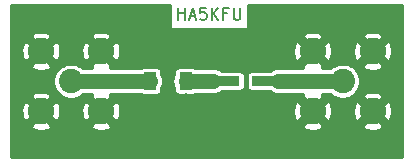
<source format=gbr>
G04 #@! TF.GenerationSoftware,KiCad,Pcbnew,5.1.5+dfsg1-2build2*
G04 #@! TF.CreationDate,2021-03-11T17:09:23+01:00*
G04 #@! TF.ProjectId,70cm_preamp,3730636d-5f70-4726-9561-6d702e6b6963,rev?*
G04 #@! TF.SameCoordinates,Original*
G04 #@! TF.FileFunction,Copper,L1,Top*
G04 #@! TF.FilePolarity,Positive*
%FSLAX46Y46*%
G04 Gerber Fmt 4.6, Leading zero omitted, Abs format (unit mm)*
G04 Created by KiCad (PCBNEW 5.1.5+dfsg1-2build2) date 2021-03-11 17:09:23*
%MOMM*%
%LPD*%
G04 APERTURE LIST*
%ADD10C,0.187500*%
%ADD11C,2.250000*%
%ADD12C,2.050000*%
%ADD13C,0.100000*%
%ADD14R,1.000000X1.500000*%
%ADD15R,1.000000X1.800000*%
%ADD16R,2.200000X1.840000*%
%ADD17R,1.550000X0.810000*%
%ADD18R,2.200000X0.810000*%
%ADD19C,0.800000*%
%ADD20C,1.300000*%
%ADD21C,0.810000*%
%ADD22C,0.250000*%
G04 APERTURE END LIST*
D10*
X56657142Y-31602380D02*
X56657142Y-30602380D01*
X56657142Y-31078571D02*
X57228571Y-31078571D01*
X57228571Y-31602380D02*
X57228571Y-30602380D01*
X57657142Y-31316666D02*
X58133333Y-31316666D01*
X57561904Y-31602380D02*
X57895238Y-30602380D01*
X58228571Y-31602380D01*
X59038095Y-30602380D02*
X58561904Y-30602380D01*
X58514285Y-31078571D01*
X58561904Y-31030952D01*
X58657142Y-30983333D01*
X58895238Y-30983333D01*
X58990476Y-31030952D01*
X59038095Y-31078571D01*
X59085714Y-31173809D01*
X59085714Y-31411904D01*
X59038095Y-31507142D01*
X58990476Y-31554761D01*
X58895238Y-31602380D01*
X58657142Y-31602380D01*
X58561904Y-31554761D01*
X58514285Y-31507142D01*
X59514285Y-31602380D02*
X59514285Y-30602380D01*
X60085714Y-31602380D02*
X59657142Y-31030952D01*
X60085714Y-30602380D02*
X59514285Y-31173809D01*
X60847619Y-31078571D02*
X60514285Y-31078571D01*
X60514285Y-31602380D02*
X60514285Y-30602380D01*
X60990476Y-30602380D01*
X61371428Y-30602380D02*
X61371428Y-31411904D01*
X61419047Y-31507142D01*
X61466666Y-31554761D01*
X61561904Y-31602380D01*
X61752380Y-31602380D01*
X61847619Y-31554761D01*
X61895238Y-31507142D01*
X61942857Y-31411904D01*
X61942857Y-30602380D01*
D11*
X68060000Y-34260000D03*
X73140000Y-34260000D03*
X73140000Y-39340000D03*
X68060000Y-39340000D03*
D12*
X70600000Y-36800000D03*
G04 #@! TA.AperFunction,SMDPad,CuDef*
D13*
G36*
X56900000Y-40518500D02*
G01*
X56300000Y-41368500D01*
X55300000Y-41368500D01*
X54700000Y-40518500D01*
X56900000Y-40518500D01*
G37*
G04 #@! TD.AperFunction*
D14*
X57300000Y-36796500D03*
D15*
X55800000Y-36943000D03*
D14*
X54300000Y-36796500D03*
D16*
X55800000Y-39610000D03*
G04 #@! TA.AperFunction,SMDPad,CuDef*
D13*
G36*
X54700000Y-38700300D02*
G01*
X55400000Y-37700300D01*
X56200000Y-37700300D01*
X56900000Y-38700300D01*
X54700000Y-38700300D01*
G37*
G04 #@! TD.AperFunction*
D17*
X61075000Y-37990000D03*
X61075000Y-36800000D03*
X61075000Y-35610000D03*
X63725000Y-35610000D03*
X63725000Y-36800000D03*
D18*
X63400000Y-38000000D03*
D11*
X45060000Y-39340000D03*
X45060000Y-34260000D03*
X50140000Y-34260000D03*
X50140000Y-39340000D03*
D12*
X47600000Y-36800000D03*
D19*
X54300000Y-35300000D03*
X53100000Y-35400000D03*
X53100000Y-38200000D03*
X54300000Y-38300000D03*
X57300000Y-35300000D03*
X57300000Y-38250000D03*
X62100000Y-37900000D03*
X62000000Y-35650000D03*
X63300000Y-35000000D03*
X63300000Y-38600000D03*
X59900000Y-38200000D03*
X59900000Y-35400000D03*
X58600000Y-38200000D03*
X51900000Y-38200000D03*
X51900000Y-35400000D03*
X55800000Y-37900000D03*
X54500000Y-39700000D03*
X57100000Y-39700000D03*
X55000000Y-41300000D03*
X56600000Y-41300000D03*
X61050000Y-38650000D03*
X61050000Y-34950000D03*
X55800000Y-35800000D03*
X58600000Y-35400000D03*
X64900000Y-38200000D03*
X64900000Y-35400000D03*
X66300000Y-35400000D03*
X66300000Y-38200000D03*
D20*
X54296500Y-36800000D02*
X54300000Y-36796500D01*
X47600000Y-36800000D02*
X54296500Y-36800000D01*
X70600000Y-36800000D02*
X65150000Y-36800000D01*
D21*
X63750000Y-36800000D02*
X65150000Y-36800000D01*
X63725000Y-36800000D02*
X63750000Y-36800000D01*
D20*
X57300000Y-36796500D02*
X59646500Y-36796500D01*
D21*
X60900000Y-36800000D02*
X60896500Y-36796500D01*
X60896500Y-36796500D02*
X59646500Y-36796500D01*
X61075000Y-36800000D02*
X60900000Y-36800000D01*
D22*
G36*
X56000298Y-32395625D02*
G01*
X62599703Y-32395625D01*
X62599703Y-30400000D01*
X75600000Y-30400000D01*
X75600001Y-43200000D01*
X42550000Y-43200000D01*
X42550000Y-40587642D01*
X44180054Y-40587642D01*
X44307863Y-40817566D01*
X44610574Y-40935910D01*
X44930556Y-40992924D01*
X45255513Y-40986417D01*
X45572956Y-40916639D01*
X45812137Y-40817566D01*
X45939946Y-40587642D01*
X49260054Y-40587642D01*
X49387863Y-40817566D01*
X49690574Y-40935910D01*
X50010556Y-40992924D01*
X50335513Y-40986417D01*
X50652956Y-40916639D01*
X50892137Y-40817566D01*
X51019946Y-40587642D01*
X67180054Y-40587642D01*
X67307863Y-40817566D01*
X67610574Y-40935910D01*
X67930556Y-40992924D01*
X68255513Y-40986417D01*
X68572956Y-40916639D01*
X68812137Y-40817566D01*
X68939946Y-40587642D01*
X72260054Y-40587642D01*
X72387863Y-40817566D01*
X72690574Y-40935910D01*
X73010556Y-40992924D01*
X73335513Y-40986417D01*
X73652956Y-40916639D01*
X73892137Y-40817566D01*
X74019946Y-40587642D01*
X73140000Y-39707696D01*
X72260054Y-40587642D01*
X68939946Y-40587642D01*
X68060000Y-39707696D01*
X67180054Y-40587642D01*
X51019946Y-40587642D01*
X50140000Y-39707696D01*
X49260054Y-40587642D01*
X45939946Y-40587642D01*
X45060000Y-39707696D01*
X44180054Y-40587642D01*
X42550000Y-40587642D01*
X42550000Y-39210556D01*
X43407076Y-39210556D01*
X43413583Y-39535513D01*
X43483361Y-39852956D01*
X43582434Y-40092137D01*
X43812358Y-40219946D01*
X44692304Y-39340000D01*
X45427696Y-39340000D01*
X46307642Y-40219946D01*
X46537566Y-40092137D01*
X46655910Y-39789426D01*
X46712924Y-39469444D01*
X46707740Y-39210556D01*
X48487076Y-39210556D01*
X48493583Y-39535513D01*
X48563361Y-39852956D01*
X48662434Y-40092137D01*
X48892358Y-40219946D01*
X49772304Y-39340000D01*
X50507696Y-39340000D01*
X51387642Y-40219946D01*
X51617566Y-40092137D01*
X51735910Y-39789426D01*
X51792924Y-39469444D01*
X51787740Y-39210556D01*
X66407076Y-39210556D01*
X66413583Y-39535513D01*
X66483361Y-39852956D01*
X66582434Y-40092137D01*
X66812358Y-40219946D01*
X67692304Y-39340000D01*
X68427696Y-39340000D01*
X69307642Y-40219946D01*
X69537566Y-40092137D01*
X69655910Y-39789426D01*
X69712924Y-39469444D01*
X69707740Y-39210556D01*
X71487076Y-39210556D01*
X71493583Y-39535513D01*
X71563361Y-39852956D01*
X71662434Y-40092137D01*
X71892358Y-40219946D01*
X72772304Y-39340000D01*
X73507696Y-39340000D01*
X74387642Y-40219946D01*
X74617566Y-40092137D01*
X74735910Y-39789426D01*
X74792924Y-39469444D01*
X74786417Y-39144487D01*
X74716639Y-38827044D01*
X74617566Y-38587863D01*
X74387642Y-38460054D01*
X73507696Y-39340000D01*
X72772304Y-39340000D01*
X71892358Y-38460054D01*
X71662434Y-38587863D01*
X71544090Y-38890574D01*
X71487076Y-39210556D01*
X69707740Y-39210556D01*
X69706417Y-39144487D01*
X69636639Y-38827044D01*
X69537566Y-38587863D01*
X69307642Y-38460054D01*
X68427696Y-39340000D01*
X67692304Y-39340000D01*
X66812358Y-38460054D01*
X66582434Y-38587863D01*
X66464090Y-38890574D01*
X66407076Y-39210556D01*
X51787740Y-39210556D01*
X51786417Y-39144487D01*
X51716639Y-38827044D01*
X51617566Y-38587863D01*
X51387642Y-38460054D01*
X50507696Y-39340000D01*
X49772304Y-39340000D01*
X48892358Y-38460054D01*
X48662434Y-38587863D01*
X48544090Y-38890574D01*
X48487076Y-39210556D01*
X46707740Y-39210556D01*
X46706417Y-39144487D01*
X46636639Y-38827044D01*
X46537566Y-38587863D01*
X46307642Y-38460054D01*
X45427696Y-39340000D01*
X44692304Y-39340000D01*
X43812358Y-38460054D01*
X43582434Y-38587863D01*
X43464090Y-38890574D01*
X43407076Y-39210556D01*
X42550000Y-39210556D01*
X42550000Y-38092358D01*
X44180054Y-38092358D01*
X45060000Y-38972304D01*
X45939946Y-38092358D01*
X45812137Y-37862434D01*
X45509426Y-37744090D01*
X45189444Y-37687076D01*
X44864487Y-37693583D01*
X44547044Y-37763361D01*
X44307863Y-37862434D01*
X44180054Y-38092358D01*
X42550000Y-38092358D01*
X42550000Y-36654233D01*
X46120000Y-36654233D01*
X46120000Y-36945767D01*
X46176876Y-37231700D01*
X46288441Y-37501043D01*
X46450409Y-37743445D01*
X46656555Y-37949591D01*
X46898957Y-38111559D01*
X47168300Y-38223124D01*
X47454233Y-38280000D01*
X47745767Y-38280000D01*
X48031700Y-38223124D01*
X48301043Y-38111559D01*
X48543445Y-37949591D01*
X48588036Y-37905000D01*
X49364202Y-37905000D01*
X49260054Y-38092358D01*
X50140000Y-38972304D01*
X51019946Y-38092358D01*
X50915798Y-37905000D01*
X53519614Y-37905000D01*
X53545993Y-37926649D01*
X53625037Y-37968899D01*
X53710805Y-37994916D01*
X53800000Y-38003701D01*
X54800000Y-38003701D01*
X54889195Y-37994916D01*
X54974963Y-37968899D01*
X55054007Y-37926649D01*
X55123290Y-37869790D01*
X55180149Y-37800507D01*
X55222399Y-37721463D01*
X55248416Y-37635695D01*
X55257201Y-37546500D01*
X55257201Y-37349798D01*
X55325826Y-37221410D01*
X55389011Y-37013117D01*
X55410345Y-36796500D01*
X56189654Y-36796500D01*
X56210989Y-37013118D01*
X56274174Y-37221411D01*
X56342799Y-37349799D01*
X56342799Y-37546500D01*
X56351584Y-37635695D01*
X56377601Y-37721463D01*
X56419851Y-37800507D01*
X56476710Y-37869790D01*
X56545993Y-37926649D01*
X56625037Y-37968899D01*
X56710805Y-37994916D01*
X56800000Y-38003701D01*
X57800000Y-38003701D01*
X57889195Y-37994916D01*
X57974963Y-37968899D01*
X58054007Y-37926649D01*
X58084651Y-37901500D01*
X59700779Y-37901500D01*
X59863118Y-37885511D01*
X60071411Y-37822326D01*
X60263375Y-37719719D01*
X60333461Y-37662201D01*
X60880100Y-37662201D01*
X60900000Y-37664161D01*
X60919900Y-37662201D01*
X61850000Y-37662201D01*
X61939195Y-37653416D01*
X62024963Y-37627399D01*
X62104007Y-37585149D01*
X62173290Y-37528290D01*
X62230149Y-37459007D01*
X62272399Y-37379963D01*
X62298416Y-37294195D01*
X62307201Y-37205000D01*
X62307201Y-36395000D01*
X62492799Y-36395000D01*
X62492799Y-37205000D01*
X62501584Y-37294195D01*
X62527601Y-37379963D01*
X62569851Y-37459007D01*
X62626710Y-37528290D01*
X62695993Y-37585149D01*
X62775037Y-37627399D01*
X62860805Y-37653416D01*
X62950000Y-37662201D01*
X64458774Y-37662201D01*
X64533125Y-37723219D01*
X64725089Y-37825826D01*
X64933382Y-37889011D01*
X65095721Y-37905000D01*
X67284202Y-37905000D01*
X67180054Y-38092358D01*
X68060000Y-38972304D01*
X68939946Y-38092358D01*
X68835798Y-37905000D01*
X69611964Y-37905000D01*
X69656555Y-37949591D01*
X69898957Y-38111559D01*
X70168300Y-38223124D01*
X70454233Y-38280000D01*
X70745767Y-38280000D01*
X71031700Y-38223124D01*
X71301043Y-38111559D01*
X71329779Y-38092358D01*
X72260054Y-38092358D01*
X73140000Y-38972304D01*
X74019946Y-38092358D01*
X73892137Y-37862434D01*
X73589426Y-37744090D01*
X73269444Y-37687076D01*
X72944487Y-37693583D01*
X72627044Y-37763361D01*
X72387863Y-37862434D01*
X72260054Y-38092358D01*
X71329779Y-38092358D01*
X71543445Y-37949591D01*
X71749591Y-37743445D01*
X71911559Y-37501043D01*
X72023124Y-37231700D01*
X72080000Y-36945767D01*
X72080000Y-36654233D01*
X72023124Y-36368300D01*
X71911559Y-36098957D01*
X71749591Y-35856555D01*
X71543445Y-35650409D01*
X71329780Y-35507642D01*
X72260054Y-35507642D01*
X72387863Y-35737566D01*
X72690574Y-35855910D01*
X73010556Y-35912924D01*
X73335513Y-35906417D01*
X73652956Y-35836639D01*
X73892137Y-35737566D01*
X74019946Y-35507642D01*
X73140000Y-34627696D01*
X72260054Y-35507642D01*
X71329780Y-35507642D01*
X71301043Y-35488441D01*
X71031700Y-35376876D01*
X70745767Y-35320000D01*
X70454233Y-35320000D01*
X70168300Y-35376876D01*
X69898957Y-35488441D01*
X69656555Y-35650409D01*
X69611964Y-35695000D01*
X68835798Y-35695000D01*
X68939946Y-35507642D01*
X68060000Y-34627696D01*
X67180054Y-35507642D01*
X67284202Y-35695000D01*
X65095721Y-35695000D01*
X64933382Y-35710989D01*
X64725089Y-35774174D01*
X64533125Y-35876781D01*
X64458774Y-35937799D01*
X62950000Y-35937799D01*
X62860805Y-35946584D01*
X62775037Y-35972601D01*
X62695993Y-36014851D01*
X62626710Y-36071710D01*
X62569851Y-36140993D01*
X62527601Y-36220037D01*
X62501584Y-36305805D01*
X62492799Y-36395000D01*
X62307201Y-36395000D01*
X62298416Y-36305805D01*
X62272399Y-36220037D01*
X62230149Y-36140993D01*
X62173290Y-36071710D01*
X62104007Y-36014851D01*
X62024963Y-35972601D01*
X61939195Y-35946584D01*
X61850000Y-35937799D01*
X60951935Y-35937799D01*
X60938746Y-35936500D01*
X60938739Y-35936500D01*
X60896500Y-35932340D01*
X60854261Y-35936500D01*
X60340407Y-35936500D01*
X60263375Y-35873281D01*
X60071411Y-35770674D01*
X59863118Y-35707489D01*
X59700779Y-35691500D01*
X58084651Y-35691500D01*
X58054007Y-35666351D01*
X57974963Y-35624101D01*
X57889195Y-35598084D01*
X57800000Y-35589299D01*
X56800000Y-35589299D01*
X56710805Y-35598084D01*
X56625037Y-35624101D01*
X56545993Y-35666351D01*
X56476710Y-35723210D01*
X56419851Y-35792493D01*
X56377601Y-35871537D01*
X56351584Y-35957305D01*
X56342799Y-36046500D01*
X56342799Y-36243201D01*
X56274174Y-36371589D01*
X56210989Y-36579882D01*
X56189654Y-36796500D01*
X55410345Y-36796500D01*
X55389011Y-36579882D01*
X55325826Y-36371589D01*
X55257201Y-36243201D01*
X55257201Y-36046500D01*
X55248416Y-35957305D01*
X55222399Y-35871537D01*
X55180149Y-35792493D01*
X55123290Y-35723210D01*
X55054007Y-35666351D01*
X54974963Y-35624101D01*
X54889195Y-35598084D01*
X54800000Y-35589299D01*
X53800000Y-35589299D01*
X53710805Y-35598084D01*
X53625037Y-35624101D01*
X53545993Y-35666351D01*
X53511084Y-35695000D01*
X50915798Y-35695000D01*
X51019946Y-35507642D01*
X50140000Y-34627696D01*
X49260054Y-35507642D01*
X49364202Y-35695000D01*
X48588036Y-35695000D01*
X48543445Y-35650409D01*
X48301043Y-35488441D01*
X48031700Y-35376876D01*
X47745767Y-35320000D01*
X47454233Y-35320000D01*
X47168300Y-35376876D01*
X46898957Y-35488441D01*
X46656555Y-35650409D01*
X46450409Y-35856555D01*
X46288441Y-36098957D01*
X46176876Y-36368300D01*
X46120000Y-36654233D01*
X42550000Y-36654233D01*
X42550000Y-35507642D01*
X44180054Y-35507642D01*
X44307863Y-35737566D01*
X44610574Y-35855910D01*
X44930556Y-35912924D01*
X45255513Y-35906417D01*
X45572956Y-35836639D01*
X45812137Y-35737566D01*
X45939946Y-35507642D01*
X45060000Y-34627696D01*
X44180054Y-35507642D01*
X42550000Y-35507642D01*
X42550000Y-34130556D01*
X43407076Y-34130556D01*
X43413583Y-34455513D01*
X43483361Y-34772956D01*
X43582434Y-35012137D01*
X43812358Y-35139946D01*
X44692304Y-34260000D01*
X45427696Y-34260000D01*
X46307642Y-35139946D01*
X46537566Y-35012137D01*
X46655910Y-34709426D01*
X46712924Y-34389444D01*
X46707740Y-34130556D01*
X48487076Y-34130556D01*
X48493583Y-34455513D01*
X48563361Y-34772956D01*
X48662434Y-35012137D01*
X48892358Y-35139946D01*
X49772304Y-34260000D01*
X50507696Y-34260000D01*
X51387642Y-35139946D01*
X51617566Y-35012137D01*
X51735910Y-34709426D01*
X51792924Y-34389444D01*
X51787740Y-34130556D01*
X66407076Y-34130556D01*
X66413583Y-34455513D01*
X66483361Y-34772956D01*
X66582434Y-35012137D01*
X66812358Y-35139946D01*
X67692304Y-34260000D01*
X68427696Y-34260000D01*
X69307642Y-35139946D01*
X69537566Y-35012137D01*
X69655910Y-34709426D01*
X69712924Y-34389444D01*
X69707740Y-34130556D01*
X71487076Y-34130556D01*
X71493583Y-34455513D01*
X71563361Y-34772956D01*
X71662434Y-35012137D01*
X71892358Y-35139946D01*
X72772304Y-34260000D01*
X73507696Y-34260000D01*
X74387642Y-35139946D01*
X74617566Y-35012137D01*
X74735910Y-34709426D01*
X74792924Y-34389444D01*
X74786417Y-34064487D01*
X74716639Y-33747044D01*
X74617566Y-33507863D01*
X74387642Y-33380054D01*
X73507696Y-34260000D01*
X72772304Y-34260000D01*
X71892358Y-33380054D01*
X71662434Y-33507863D01*
X71544090Y-33810574D01*
X71487076Y-34130556D01*
X69707740Y-34130556D01*
X69706417Y-34064487D01*
X69636639Y-33747044D01*
X69537566Y-33507863D01*
X69307642Y-33380054D01*
X68427696Y-34260000D01*
X67692304Y-34260000D01*
X66812358Y-33380054D01*
X66582434Y-33507863D01*
X66464090Y-33810574D01*
X66407076Y-34130556D01*
X51787740Y-34130556D01*
X51786417Y-34064487D01*
X51716639Y-33747044D01*
X51617566Y-33507863D01*
X51387642Y-33380054D01*
X50507696Y-34260000D01*
X49772304Y-34260000D01*
X48892358Y-33380054D01*
X48662434Y-33507863D01*
X48544090Y-33810574D01*
X48487076Y-34130556D01*
X46707740Y-34130556D01*
X46706417Y-34064487D01*
X46636639Y-33747044D01*
X46537566Y-33507863D01*
X46307642Y-33380054D01*
X45427696Y-34260000D01*
X44692304Y-34260000D01*
X43812358Y-33380054D01*
X43582434Y-33507863D01*
X43464090Y-33810574D01*
X43407076Y-34130556D01*
X42550000Y-34130556D01*
X42550000Y-33012358D01*
X44180054Y-33012358D01*
X45060000Y-33892304D01*
X45939946Y-33012358D01*
X49260054Y-33012358D01*
X50140000Y-33892304D01*
X51019946Y-33012358D01*
X67180054Y-33012358D01*
X68060000Y-33892304D01*
X68939946Y-33012358D01*
X72260054Y-33012358D01*
X73140000Y-33892304D01*
X74019946Y-33012358D01*
X73892137Y-32782434D01*
X73589426Y-32664090D01*
X73269444Y-32607076D01*
X72944487Y-32613583D01*
X72627044Y-32683361D01*
X72387863Y-32782434D01*
X72260054Y-33012358D01*
X68939946Y-33012358D01*
X68812137Y-32782434D01*
X68509426Y-32664090D01*
X68189444Y-32607076D01*
X67864487Y-32613583D01*
X67547044Y-32683361D01*
X67307863Y-32782434D01*
X67180054Y-33012358D01*
X51019946Y-33012358D01*
X50892137Y-32782434D01*
X50589426Y-32664090D01*
X50269444Y-32607076D01*
X49944487Y-32613583D01*
X49627044Y-32683361D01*
X49387863Y-32782434D01*
X49260054Y-33012358D01*
X45939946Y-33012358D01*
X45812137Y-32782434D01*
X45509426Y-32664090D01*
X45189444Y-32607076D01*
X44864487Y-32613583D01*
X44547044Y-32683361D01*
X44307863Y-32782434D01*
X44180054Y-33012358D01*
X42550000Y-33012358D01*
X42550000Y-30400000D01*
X56000298Y-30400000D01*
X56000298Y-32395625D01*
G37*
X56000298Y-32395625D02*
X62599703Y-32395625D01*
X62599703Y-30400000D01*
X75600000Y-30400000D01*
X75600001Y-43200000D01*
X42550000Y-43200000D01*
X42550000Y-40587642D01*
X44180054Y-40587642D01*
X44307863Y-40817566D01*
X44610574Y-40935910D01*
X44930556Y-40992924D01*
X45255513Y-40986417D01*
X45572956Y-40916639D01*
X45812137Y-40817566D01*
X45939946Y-40587642D01*
X49260054Y-40587642D01*
X49387863Y-40817566D01*
X49690574Y-40935910D01*
X50010556Y-40992924D01*
X50335513Y-40986417D01*
X50652956Y-40916639D01*
X50892137Y-40817566D01*
X51019946Y-40587642D01*
X67180054Y-40587642D01*
X67307863Y-40817566D01*
X67610574Y-40935910D01*
X67930556Y-40992924D01*
X68255513Y-40986417D01*
X68572956Y-40916639D01*
X68812137Y-40817566D01*
X68939946Y-40587642D01*
X72260054Y-40587642D01*
X72387863Y-40817566D01*
X72690574Y-40935910D01*
X73010556Y-40992924D01*
X73335513Y-40986417D01*
X73652956Y-40916639D01*
X73892137Y-40817566D01*
X74019946Y-40587642D01*
X73140000Y-39707696D01*
X72260054Y-40587642D01*
X68939946Y-40587642D01*
X68060000Y-39707696D01*
X67180054Y-40587642D01*
X51019946Y-40587642D01*
X50140000Y-39707696D01*
X49260054Y-40587642D01*
X45939946Y-40587642D01*
X45060000Y-39707696D01*
X44180054Y-40587642D01*
X42550000Y-40587642D01*
X42550000Y-39210556D01*
X43407076Y-39210556D01*
X43413583Y-39535513D01*
X43483361Y-39852956D01*
X43582434Y-40092137D01*
X43812358Y-40219946D01*
X44692304Y-39340000D01*
X45427696Y-39340000D01*
X46307642Y-40219946D01*
X46537566Y-40092137D01*
X46655910Y-39789426D01*
X46712924Y-39469444D01*
X46707740Y-39210556D01*
X48487076Y-39210556D01*
X48493583Y-39535513D01*
X48563361Y-39852956D01*
X48662434Y-40092137D01*
X48892358Y-40219946D01*
X49772304Y-39340000D01*
X50507696Y-39340000D01*
X51387642Y-40219946D01*
X51617566Y-40092137D01*
X51735910Y-39789426D01*
X51792924Y-39469444D01*
X51787740Y-39210556D01*
X66407076Y-39210556D01*
X66413583Y-39535513D01*
X66483361Y-39852956D01*
X66582434Y-40092137D01*
X66812358Y-40219946D01*
X67692304Y-39340000D01*
X68427696Y-39340000D01*
X69307642Y-40219946D01*
X69537566Y-40092137D01*
X69655910Y-39789426D01*
X69712924Y-39469444D01*
X69707740Y-39210556D01*
X71487076Y-39210556D01*
X71493583Y-39535513D01*
X71563361Y-39852956D01*
X71662434Y-40092137D01*
X71892358Y-40219946D01*
X72772304Y-39340000D01*
X73507696Y-39340000D01*
X74387642Y-40219946D01*
X74617566Y-40092137D01*
X74735910Y-39789426D01*
X74792924Y-39469444D01*
X74786417Y-39144487D01*
X74716639Y-38827044D01*
X74617566Y-38587863D01*
X74387642Y-38460054D01*
X73507696Y-39340000D01*
X72772304Y-39340000D01*
X71892358Y-38460054D01*
X71662434Y-38587863D01*
X71544090Y-38890574D01*
X71487076Y-39210556D01*
X69707740Y-39210556D01*
X69706417Y-39144487D01*
X69636639Y-38827044D01*
X69537566Y-38587863D01*
X69307642Y-38460054D01*
X68427696Y-39340000D01*
X67692304Y-39340000D01*
X66812358Y-38460054D01*
X66582434Y-38587863D01*
X66464090Y-38890574D01*
X66407076Y-39210556D01*
X51787740Y-39210556D01*
X51786417Y-39144487D01*
X51716639Y-38827044D01*
X51617566Y-38587863D01*
X51387642Y-38460054D01*
X50507696Y-39340000D01*
X49772304Y-39340000D01*
X48892358Y-38460054D01*
X48662434Y-38587863D01*
X48544090Y-38890574D01*
X48487076Y-39210556D01*
X46707740Y-39210556D01*
X46706417Y-39144487D01*
X46636639Y-38827044D01*
X46537566Y-38587863D01*
X46307642Y-38460054D01*
X45427696Y-39340000D01*
X44692304Y-39340000D01*
X43812358Y-38460054D01*
X43582434Y-38587863D01*
X43464090Y-38890574D01*
X43407076Y-39210556D01*
X42550000Y-39210556D01*
X42550000Y-38092358D01*
X44180054Y-38092358D01*
X45060000Y-38972304D01*
X45939946Y-38092358D01*
X45812137Y-37862434D01*
X45509426Y-37744090D01*
X45189444Y-37687076D01*
X44864487Y-37693583D01*
X44547044Y-37763361D01*
X44307863Y-37862434D01*
X44180054Y-38092358D01*
X42550000Y-38092358D01*
X42550000Y-36654233D01*
X46120000Y-36654233D01*
X46120000Y-36945767D01*
X46176876Y-37231700D01*
X46288441Y-37501043D01*
X46450409Y-37743445D01*
X46656555Y-37949591D01*
X46898957Y-38111559D01*
X47168300Y-38223124D01*
X47454233Y-38280000D01*
X47745767Y-38280000D01*
X48031700Y-38223124D01*
X48301043Y-38111559D01*
X48543445Y-37949591D01*
X48588036Y-37905000D01*
X49364202Y-37905000D01*
X49260054Y-38092358D01*
X50140000Y-38972304D01*
X51019946Y-38092358D01*
X50915798Y-37905000D01*
X53519614Y-37905000D01*
X53545993Y-37926649D01*
X53625037Y-37968899D01*
X53710805Y-37994916D01*
X53800000Y-38003701D01*
X54800000Y-38003701D01*
X54889195Y-37994916D01*
X54974963Y-37968899D01*
X55054007Y-37926649D01*
X55123290Y-37869790D01*
X55180149Y-37800507D01*
X55222399Y-37721463D01*
X55248416Y-37635695D01*
X55257201Y-37546500D01*
X55257201Y-37349798D01*
X55325826Y-37221410D01*
X55389011Y-37013117D01*
X55410345Y-36796500D01*
X56189654Y-36796500D01*
X56210989Y-37013118D01*
X56274174Y-37221411D01*
X56342799Y-37349799D01*
X56342799Y-37546500D01*
X56351584Y-37635695D01*
X56377601Y-37721463D01*
X56419851Y-37800507D01*
X56476710Y-37869790D01*
X56545993Y-37926649D01*
X56625037Y-37968899D01*
X56710805Y-37994916D01*
X56800000Y-38003701D01*
X57800000Y-38003701D01*
X57889195Y-37994916D01*
X57974963Y-37968899D01*
X58054007Y-37926649D01*
X58084651Y-37901500D01*
X59700779Y-37901500D01*
X59863118Y-37885511D01*
X60071411Y-37822326D01*
X60263375Y-37719719D01*
X60333461Y-37662201D01*
X60880100Y-37662201D01*
X60900000Y-37664161D01*
X60919900Y-37662201D01*
X61850000Y-37662201D01*
X61939195Y-37653416D01*
X62024963Y-37627399D01*
X62104007Y-37585149D01*
X62173290Y-37528290D01*
X62230149Y-37459007D01*
X62272399Y-37379963D01*
X62298416Y-37294195D01*
X62307201Y-37205000D01*
X62307201Y-36395000D01*
X62492799Y-36395000D01*
X62492799Y-37205000D01*
X62501584Y-37294195D01*
X62527601Y-37379963D01*
X62569851Y-37459007D01*
X62626710Y-37528290D01*
X62695993Y-37585149D01*
X62775037Y-37627399D01*
X62860805Y-37653416D01*
X62950000Y-37662201D01*
X64458774Y-37662201D01*
X64533125Y-37723219D01*
X64725089Y-37825826D01*
X64933382Y-37889011D01*
X65095721Y-37905000D01*
X67284202Y-37905000D01*
X67180054Y-38092358D01*
X68060000Y-38972304D01*
X68939946Y-38092358D01*
X68835798Y-37905000D01*
X69611964Y-37905000D01*
X69656555Y-37949591D01*
X69898957Y-38111559D01*
X70168300Y-38223124D01*
X70454233Y-38280000D01*
X70745767Y-38280000D01*
X71031700Y-38223124D01*
X71301043Y-38111559D01*
X71329779Y-38092358D01*
X72260054Y-38092358D01*
X73140000Y-38972304D01*
X74019946Y-38092358D01*
X73892137Y-37862434D01*
X73589426Y-37744090D01*
X73269444Y-37687076D01*
X72944487Y-37693583D01*
X72627044Y-37763361D01*
X72387863Y-37862434D01*
X72260054Y-38092358D01*
X71329779Y-38092358D01*
X71543445Y-37949591D01*
X71749591Y-37743445D01*
X71911559Y-37501043D01*
X72023124Y-37231700D01*
X72080000Y-36945767D01*
X72080000Y-36654233D01*
X72023124Y-36368300D01*
X71911559Y-36098957D01*
X71749591Y-35856555D01*
X71543445Y-35650409D01*
X71329780Y-35507642D01*
X72260054Y-35507642D01*
X72387863Y-35737566D01*
X72690574Y-35855910D01*
X73010556Y-35912924D01*
X73335513Y-35906417D01*
X73652956Y-35836639D01*
X73892137Y-35737566D01*
X74019946Y-35507642D01*
X73140000Y-34627696D01*
X72260054Y-35507642D01*
X71329780Y-35507642D01*
X71301043Y-35488441D01*
X71031700Y-35376876D01*
X70745767Y-35320000D01*
X70454233Y-35320000D01*
X70168300Y-35376876D01*
X69898957Y-35488441D01*
X69656555Y-35650409D01*
X69611964Y-35695000D01*
X68835798Y-35695000D01*
X68939946Y-35507642D01*
X68060000Y-34627696D01*
X67180054Y-35507642D01*
X67284202Y-35695000D01*
X65095721Y-35695000D01*
X64933382Y-35710989D01*
X64725089Y-35774174D01*
X64533125Y-35876781D01*
X64458774Y-35937799D01*
X62950000Y-35937799D01*
X62860805Y-35946584D01*
X62775037Y-35972601D01*
X62695993Y-36014851D01*
X62626710Y-36071710D01*
X62569851Y-36140993D01*
X62527601Y-36220037D01*
X62501584Y-36305805D01*
X62492799Y-36395000D01*
X62307201Y-36395000D01*
X62298416Y-36305805D01*
X62272399Y-36220037D01*
X62230149Y-36140993D01*
X62173290Y-36071710D01*
X62104007Y-36014851D01*
X62024963Y-35972601D01*
X61939195Y-35946584D01*
X61850000Y-35937799D01*
X60951935Y-35937799D01*
X60938746Y-35936500D01*
X60938739Y-35936500D01*
X60896500Y-35932340D01*
X60854261Y-35936500D01*
X60340407Y-35936500D01*
X60263375Y-35873281D01*
X60071411Y-35770674D01*
X59863118Y-35707489D01*
X59700779Y-35691500D01*
X58084651Y-35691500D01*
X58054007Y-35666351D01*
X57974963Y-35624101D01*
X57889195Y-35598084D01*
X57800000Y-35589299D01*
X56800000Y-35589299D01*
X56710805Y-35598084D01*
X56625037Y-35624101D01*
X56545993Y-35666351D01*
X56476710Y-35723210D01*
X56419851Y-35792493D01*
X56377601Y-35871537D01*
X56351584Y-35957305D01*
X56342799Y-36046500D01*
X56342799Y-36243201D01*
X56274174Y-36371589D01*
X56210989Y-36579882D01*
X56189654Y-36796500D01*
X55410345Y-36796500D01*
X55389011Y-36579882D01*
X55325826Y-36371589D01*
X55257201Y-36243201D01*
X55257201Y-36046500D01*
X55248416Y-35957305D01*
X55222399Y-35871537D01*
X55180149Y-35792493D01*
X55123290Y-35723210D01*
X55054007Y-35666351D01*
X54974963Y-35624101D01*
X54889195Y-35598084D01*
X54800000Y-35589299D01*
X53800000Y-35589299D01*
X53710805Y-35598084D01*
X53625037Y-35624101D01*
X53545993Y-35666351D01*
X53511084Y-35695000D01*
X50915798Y-35695000D01*
X51019946Y-35507642D01*
X50140000Y-34627696D01*
X49260054Y-35507642D01*
X49364202Y-35695000D01*
X48588036Y-35695000D01*
X48543445Y-35650409D01*
X48301043Y-35488441D01*
X48031700Y-35376876D01*
X47745767Y-35320000D01*
X47454233Y-35320000D01*
X47168300Y-35376876D01*
X46898957Y-35488441D01*
X46656555Y-35650409D01*
X46450409Y-35856555D01*
X46288441Y-36098957D01*
X46176876Y-36368300D01*
X46120000Y-36654233D01*
X42550000Y-36654233D01*
X42550000Y-35507642D01*
X44180054Y-35507642D01*
X44307863Y-35737566D01*
X44610574Y-35855910D01*
X44930556Y-35912924D01*
X45255513Y-35906417D01*
X45572956Y-35836639D01*
X45812137Y-35737566D01*
X45939946Y-35507642D01*
X45060000Y-34627696D01*
X44180054Y-35507642D01*
X42550000Y-35507642D01*
X42550000Y-34130556D01*
X43407076Y-34130556D01*
X43413583Y-34455513D01*
X43483361Y-34772956D01*
X43582434Y-35012137D01*
X43812358Y-35139946D01*
X44692304Y-34260000D01*
X45427696Y-34260000D01*
X46307642Y-35139946D01*
X46537566Y-35012137D01*
X46655910Y-34709426D01*
X46712924Y-34389444D01*
X46707740Y-34130556D01*
X48487076Y-34130556D01*
X48493583Y-34455513D01*
X48563361Y-34772956D01*
X48662434Y-35012137D01*
X48892358Y-35139946D01*
X49772304Y-34260000D01*
X50507696Y-34260000D01*
X51387642Y-35139946D01*
X51617566Y-35012137D01*
X51735910Y-34709426D01*
X51792924Y-34389444D01*
X51787740Y-34130556D01*
X66407076Y-34130556D01*
X66413583Y-34455513D01*
X66483361Y-34772956D01*
X66582434Y-35012137D01*
X66812358Y-35139946D01*
X67692304Y-34260000D01*
X68427696Y-34260000D01*
X69307642Y-35139946D01*
X69537566Y-35012137D01*
X69655910Y-34709426D01*
X69712924Y-34389444D01*
X69707740Y-34130556D01*
X71487076Y-34130556D01*
X71493583Y-34455513D01*
X71563361Y-34772956D01*
X71662434Y-35012137D01*
X71892358Y-35139946D01*
X72772304Y-34260000D01*
X73507696Y-34260000D01*
X74387642Y-35139946D01*
X74617566Y-35012137D01*
X74735910Y-34709426D01*
X74792924Y-34389444D01*
X74786417Y-34064487D01*
X74716639Y-33747044D01*
X74617566Y-33507863D01*
X74387642Y-33380054D01*
X73507696Y-34260000D01*
X72772304Y-34260000D01*
X71892358Y-33380054D01*
X71662434Y-33507863D01*
X71544090Y-33810574D01*
X71487076Y-34130556D01*
X69707740Y-34130556D01*
X69706417Y-34064487D01*
X69636639Y-33747044D01*
X69537566Y-33507863D01*
X69307642Y-33380054D01*
X68427696Y-34260000D01*
X67692304Y-34260000D01*
X66812358Y-33380054D01*
X66582434Y-33507863D01*
X66464090Y-33810574D01*
X66407076Y-34130556D01*
X51787740Y-34130556D01*
X51786417Y-34064487D01*
X51716639Y-33747044D01*
X51617566Y-33507863D01*
X51387642Y-33380054D01*
X50507696Y-34260000D01*
X49772304Y-34260000D01*
X48892358Y-33380054D01*
X48662434Y-33507863D01*
X48544090Y-33810574D01*
X48487076Y-34130556D01*
X46707740Y-34130556D01*
X46706417Y-34064487D01*
X46636639Y-33747044D01*
X46537566Y-33507863D01*
X46307642Y-33380054D01*
X45427696Y-34260000D01*
X44692304Y-34260000D01*
X43812358Y-33380054D01*
X43582434Y-33507863D01*
X43464090Y-33810574D01*
X43407076Y-34130556D01*
X42550000Y-34130556D01*
X42550000Y-33012358D01*
X44180054Y-33012358D01*
X45060000Y-33892304D01*
X45939946Y-33012358D01*
X49260054Y-33012358D01*
X50140000Y-33892304D01*
X51019946Y-33012358D01*
X67180054Y-33012358D01*
X68060000Y-33892304D01*
X68939946Y-33012358D01*
X72260054Y-33012358D01*
X73140000Y-33892304D01*
X74019946Y-33012358D01*
X73892137Y-32782434D01*
X73589426Y-32664090D01*
X73269444Y-32607076D01*
X72944487Y-32613583D01*
X72627044Y-32683361D01*
X72387863Y-32782434D01*
X72260054Y-33012358D01*
X68939946Y-33012358D01*
X68812137Y-32782434D01*
X68509426Y-32664090D01*
X68189444Y-32607076D01*
X67864487Y-32613583D01*
X67547044Y-32683361D01*
X67307863Y-32782434D01*
X67180054Y-33012358D01*
X51019946Y-33012358D01*
X50892137Y-32782434D01*
X50589426Y-32664090D01*
X50269444Y-32607076D01*
X49944487Y-32613583D01*
X49627044Y-32683361D01*
X49387863Y-32782434D01*
X49260054Y-33012358D01*
X45939946Y-33012358D01*
X45812137Y-32782434D01*
X45509426Y-32664090D01*
X45189444Y-32607076D01*
X44864487Y-32613583D01*
X44547044Y-32683361D01*
X44307863Y-32782434D01*
X44180054Y-33012358D01*
X42550000Y-33012358D01*
X42550000Y-30400000D01*
X56000298Y-30400000D01*
X56000298Y-32395625D01*
M02*

</source>
